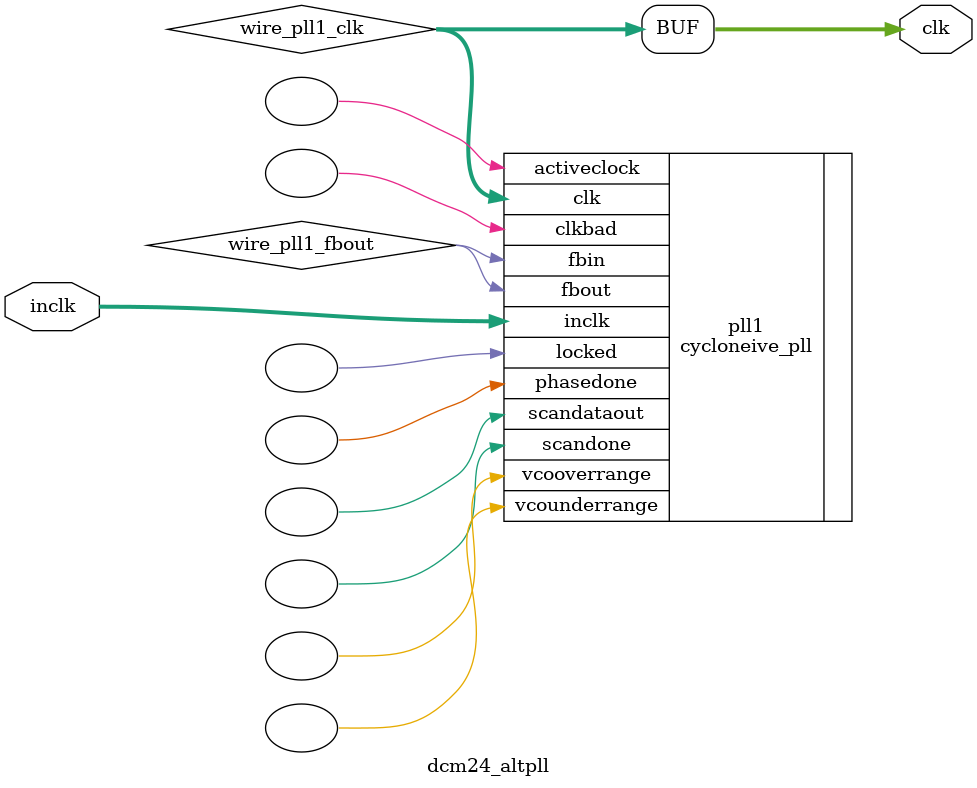
<source format=v>






//synthesis_resources = cycloneive_pll 1 
//synopsys translate_off
`timescale 1 ps / 1 ps
//synopsys translate_on
module  dcm24_altpll
	( 
	clk,
	inclk) /* synthesis synthesis_clearbox=1 */;
	output   [4:0]  clk;
	input   [1:0]  inclk;
`ifndef ALTERA_RESERVED_QIS
// synopsys translate_off
`endif
	tri0   [1:0]  inclk;
`ifndef ALTERA_RESERVED_QIS
// synopsys translate_on
`endif

	wire  [4:0]   wire_pll1_clk;
	wire  wire_pll1_fbout;

	cycloneive_pll   pll1
	( 
	.activeclock(),
	.clk(wire_pll1_clk),
	.clkbad(),
	.fbin(wire_pll1_fbout),
	.fbout(wire_pll1_fbout),
	.inclk(inclk),
	.locked(),
	.phasedone(),
	.scandataout(),
	.scandone(),
	.vcooverrange(),
	.vcounderrange()
	`ifndef FORMAL_VERIFICATION
	// synopsys translate_off
	`endif
	,
	.areset(1'b0),
	.clkswitch(1'b0),
	.configupdate(1'b0),
	.pfdena(1'b1),
	.phasecounterselect({3{1'b0}}),
	.phasestep(1'b0),
	.phaseupdown(1'b0),
	.scanclk(1'b0),
	.scanclkena(1'b1),
	.scandata(1'b0)
	`ifndef FORMAL_VERIFICATION
	// synopsys translate_on
	`endif
	);
	defparam
		pll1.bandwidth_type = "auto",
		pll1.clk0_divide_by = 25,
		pll1.clk0_duty_cycle = 50,
		pll1.clk0_multiply_by = 12,
		pll1.clk0_phase_shift = "0",
		pll1.compensate_clock = "clk0",
		pll1.inclk0_input_frequency = 20000,
		pll1.operation_mode = "normal",
		pll1.pll_type = "auto",
		pll1.lpm_type = "cycloneive_pll";
	assign
		clk = {wire_pll1_clk[4:0]};
endmodule //dcm24_altpll
//VALID FILE

</source>
